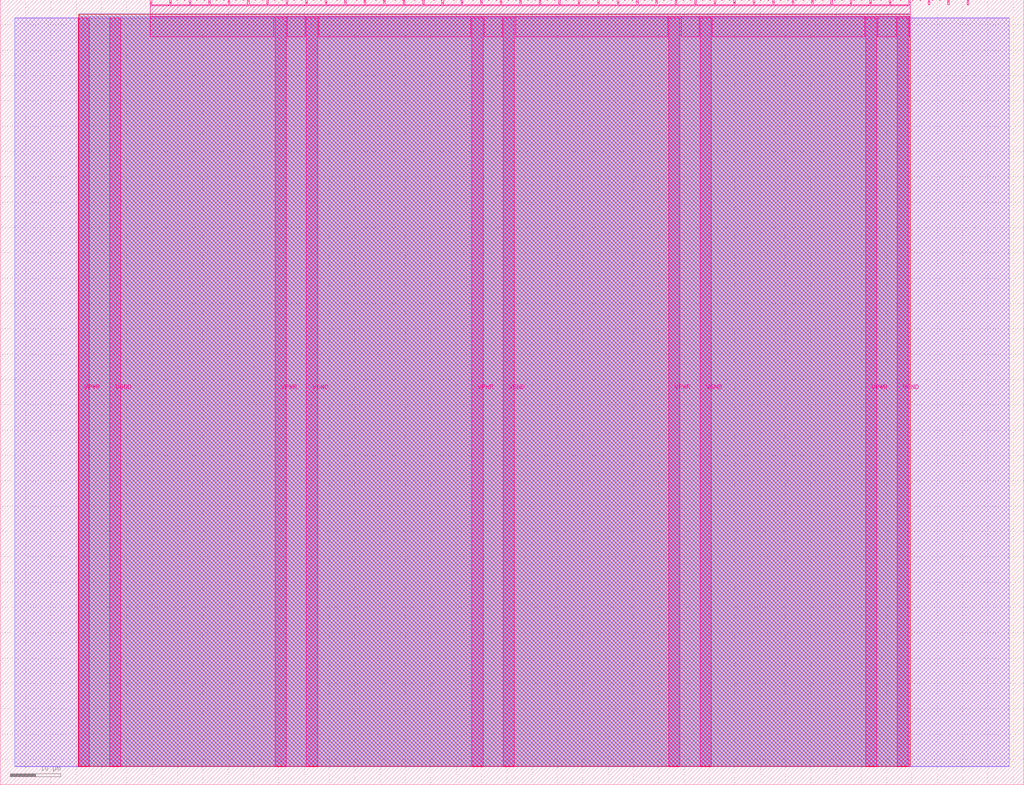
<source format=lef>
VERSION 5.7 ;
  NOWIREEXTENSIONATPIN ON ;
  DIVIDERCHAR "/" ;
  BUSBITCHARS "[]" ;
MACRO tt_um_wokwi_434917317189363713
  CLASS BLOCK ;
  FOREIGN tt_um_wokwi_434917317189363713 ;
  ORIGIN 0.000 0.000 ;
  SIZE 202.080 BY 154.980 ;
  PIN VGND
    DIRECTION INOUT ;
    USE GROUND ;
    PORT
      LAYER Metal5 ;
        RECT 21.580 3.560 23.780 151.420 ;
    END
    PORT
      LAYER Metal5 ;
        RECT 60.450 3.560 62.650 151.420 ;
    END
    PORT
      LAYER Metal5 ;
        RECT 99.320 3.560 101.520 151.420 ;
    END
    PORT
      LAYER Metal5 ;
        RECT 138.190 3.560 140.390 151.420 ;
    END
    PORT
      LAYER Metal5 ;
        RECT 177.060 3.560 179.260 151.420 ;
    END
  END VGND
  PIN VPWR
    DIRECTION INOUT ;
    USE POWER ;
    PORT
      LAYER Metal5 ;
        RECT 15.380 3.560 17.580 151.420 ;
    END
    PORT
      LAYER Metal5 ;
        RECT 54.250 3.560 56.450 151.420 ;
    END
    PORT
      LAYER Metal5 ;
        RECT 93.120 3.560 95.320 151.420 ;
    END
    PORT
      LAYER Metal5 ;
        RECT 131.990 3.560 134.190 151.420 ;
    END
    PORT
      LAYER Metal5 ;
        RECT 170.860 3.560 173.060 151.420 ;
    END
  END VPWR
  PIN clk
    DIRECTION INPUT ;
    USE SIGNAL ;
    PORT
      LAYER Metal5 ;
        RECT 187.050 153.980 187.350 154.980 ;
    END
  END clk
  PIN ena
    DIRECTION INPUT ;
    USE SIGNAL ;
    PORT
      LAYER Metal5 ;
        RECT 190.890 153.980 191.190 154.980 ;
    END
  END ena
  PIN rst_n
    DIRECTION INPUT ;
    USE SIGNAL ;
    PORT
      LAYER Metal5 ;
        RECT 183.210 153.980 183.510 154.980 ;
    END
  END rst_n
  PIN ui_in[0]
    DIRECTION INPUT ;
    USE SIGNAL ;
    ANTENNAGATEAREA 0.180700 ;
    PORT
      LAYER Metal5 ;
        RECT 179.370 153.980 179.670 154.980 ;
    END
  END ui_in[0]
  PIN ui_in[1]
    DIRECTION INPUT ;
    USE SIGNAL ;
    ANTENNAGATEAREA 0.180700 ;
    PORT
      LAYER Metal5 ;
        RECT 175.530 153.980 175.830 154.980 ;
    END
  END ui_in[1]
  PIN ui_in[2]
    DIRECTION INPUT ;
    USE SIGNAL ;
    ANTENNAGATEAREA 0.180700 ;
    PORT
      LAYER Metal5 ;
        RECT 171.690 153.980 171.990 154.980 ;
    END
  END ui_in[2]
  PIN ui_in[3]
    DIRECTION INPUT ;
    USE SIGNAL ;
    ANTENNAGATEAREA 0.180700 ;
    PORT
      LAYER Metal5 ;
        RECT 167.850 153.980 168.150 154.980 ;
    END
  END ui_in[3]
  PIN ui_in[4]
    DIRECTION INPUT ;
    USE SIGNAL ;
    ANTENNAGATEAREA 0.180700 ;
    PORT
      LAYER Metal5 ;
        RECT 164.010 153.980 164.310 154.980 ;
    END
  END ui_in[4]
  PIN ui_in[5]
    DIRECTION INPUT ;
    USE SIGNAL ;
    ANTENNAGATEAREA 0.180700 ;
    PORT
      LAYER Metal5 ;
        RECT 160.170 153.980 160.470 154.980 ;
    END
  END ui_in[5]
  PIN ui_in[6]
    DIRECTION INPUT ;
    USE SIGNAL ;
    ANTENNAGATEAREA 0.180700 ;
    PORT
      LAYER Metal5 ;
        RECT 156.330 153.980 156.630 154.980 ;
    END
  END ui_in[6]
  PIN ui_in[7]
    DIRECTION INPUT ;
    USE SIGNAL ;
    ANTENNAGATEAREA 0.180700 ;
    PORT
      LAYER Metal5 ;
        RECT 152.490 153.980 152.790 154.980 ;
    END
  END ui_in[7]
  PIN uio_in[0]
    DIRECTION INPUT ;
    USE SIGNAL ;
    PORT
      LAYER Metal5 ;
        RECT 148.650 153.980 148.950 154.980 ;
    END
  END uio_in[0]
  PIN uio_in[1]
    DIRECTION INPUT ;
    USE SIGNAL ;
    PORT
      LAYER Metal5 ;
        RECT 144.810 153.980 145.110 154.980 ;
    END
  END uio_in[1]
  PIN uio_in[2]
    DIRECTION INPUT ;
    USE SIGNAL ;
    PORT
      LAYER Metal5 ;
        RECT 140.970 153.980 141.270 154.980 ;
    END
  END uio_in[2]
  PIN uio_in[3]
    DIRECTION INPUT ;
    USE SIGNAL ;
    PORT
      LAYER Metal5 ;
        RECT 137.130 153.980 137.430 154.980 ;
    END
  END uio_in[3]
  PIN uio_in[4]
    DIRECTION INPUT ;
    USE SIGNAL ;
    PORT
      LAYER Metal5 ;
        RECT 133.290 153.980 133.590 154.980 ;
    END
  END uio_in[4]
  PIN uio_in[5]
    DIRECTION INPUT ;
    USE SIGNAL ;
    PORT
      LAYER Metal5 ;
        RECT 129.450 153.980 129.750 154.980 ;
    END
  END uio_in[5]
  PIN uio_in[6]
    DIRECTION INPUT ;
    USE SIGNAL ;
    PORT
      LAYER Metal5 ;
        RECT 125.610 153.980 125.910 154.980 ;
    END
  END uio_in[6]
  PIN uio_in[7]
    DIRECTION INPUT ;
    USE SIGNAL ;
    PORT
      LAYER Metal5 ;
        RECT 121.770 153.980 122.070 154.980 ;
    END
  END uio_in[7]
  PIN uio_oe[0]
    DIRECTION OUTPUT ;
    USE SIGNAL ;
    ANTENNADIFFAREA 0.299200 ;
    PORT
      LAYER Metal5 ;
        RECT 56.490 153.980 56.790 154.980 ;
    END
  END uio_oe[0]
  PIN uio_oe[1]
    DIRECTION OUTPUT ;
    USE SIGNAL ;
    ANTENNADIFFAREA 0.299200 ;
    PORT
      LAYER Metal5 ;
        RECT 52.650 153.980 52.950 154.980 ;
    END
  END uio_oe[1]
  PIN uio_oe[2]
    DIRECTION OUTPUT ;
    USE SIGNAL ;
    ANTENNADIFFAREA 0.299200 ;
    PORT
      LAYER Metal5 ;
        RECT 48.810 153.980 49.110 154.980 ;
    END
  END uio_oe[2]
  PIN uio_oe[3]
    DIRECTION OUTPUT ;
    USE SIGNAL ;
    ANTENNADIFFAREA 0.299200 ;
    PORT
      LAYER Metal5 ;
        RECT 44.970 153.980 45.270 154.980 ;
    END
  END uio_oe[3]
  PIN uio_oe[4]
    DIRECTION OUTPUT ;
    USE SIGNAL ;
    ANTENNADIFFAREA 0.299200 ;
    PORT
      LAYER Metal5 ;
        RECT 41.130 153.980 41.430 154.980 ;
    END
  END uio_oe[4]
  PIN uio_oe[5]
    DIRECTION OUTPUT ;
    USE SIGNAL ;
    ANTENNADIFFAREA 0.299200 ;
    PORT
      LAYER Metal5 ;
        RECT 37.290 153.980 37.590 154.980 ;
    END
  END uio_oe[5]
  PIN uio_oe[6]
    DIRECTION OUTPUT ;
    USE SIGNAL ;
    ANTENNADIFFAREA 0.299200 ;
    PORT
      LAYER Metal5 ;
        RECT 33.450 153.980 33.750 154.980 ;
    END
  END uio_oe[6]
  PIN uio_oe[7]
    DIRECTION OUTPUT ;
    USE SIGNAL ;
    ANTENNADIFFAREA 0.299200 ;
    PORT
      LAYER Metal5 ;
        RECT 29.610 153.980 29.910 154.980 ;
    END
  END uio_oe[7]
  PIN uio_out[0]
    DIRECTION OUTPUT ;
    USE SIGNAL ;
    ANTENNADIFFAREA 0.299200 ;
    PORT
      LAYER Metal5 ;
        RECT 87.210 153.980 87.510 154.980 ;
    END
  END uio_out[0]
  PIN uio_out[1]
    DIRECTION OUTPUT ;
    USE SIGNAL ;
    ANTENNADIFFAREA 0.299200 ;
    PORT
      LAYER Metal5 ;
        RECT 83.370 153.980 83.670 154.980 ;
    END
  END uio_out[1]
  PIN uio_out[2]
    DIRECTION OUTPUT ;
    USE SIGNAL ;
    ANTENNADIFFAREA 0.299200 ;
    PORT
      LAYER Metal5 ;
        RECT 79.530 153.980 79.830 154.980 ;
    END
  END uio_out[2]
  PIN uio_out[3]
    DIRECTION OUTPUT ;
    USE SIGNAL ;
    ANTENNADIFFAREA 0.299200 ;
    PORT
      LAYER Metal5 ;
        RECT 75.690 153.980 75.990 154.980 ;
    END
  END uio_out[3]
  PIN uio_out[4]
    DIRECTION OUTPUT ;
    USE SIGNAL ;
    ANTENNADIFFAREA 0.299200 ;
    PORT
      LAYER Metal5 ;
        RECT 71.850 153.980 72.150 154.980 ;
    END
  END uio_out[4]
  PIN uio_out[5]
    DIRECTION OUTPUT ;
    USE SIGNAL ;
    ANTENNADIFFAREA 0.299200 ;
    PORT
      LAYER Metal5 ;
        RECT 68.010 153.980 68.310 154.980 ;
    END
  END uio_out[5]
  PIN uio_out[6]
    DIRECTION OUTPUT ;
    USE SIGNAL ;
    ANTENNADIFFAREA 0.299200 ;
    PORT
      LAYER Metal5 ;
        RECT 64.170 153.980 64.470 154.980 ;
    END
  END uio_out[6]
  PIN uio_out[7]
    DIRECTION OUTPUT ;
    USE SIGNAL ;
    ANTENNADIFFAREA 0.299200 ;
    PORT
      LAYER Metal5 ;
        RECT 60.330 153.980 60.630 154.980 ;
    END
  END uio_out[7]
  PIN uo_out[0]
    DIRECTION OUTPUT ;
    USE SIGNAL ;
    ANTENNADIFFAREA 0.654800 ;
    PORT
      LAYER Metal5 ;
        RECT 117.930 153.980 118.230 154.980 ;
    END
  END uo_out[0]
  PIN uo_out[1]
    DIRECTION OUTPUT ;
    USE SIGNAL ;
    ANTENNADIFFAREA 0.654800 ;
    PORT
      LAYER Metal5 ;
        RECT 114.090 153.980 114.390 154.980 ;
    END
  END uo_out[1]
  PIN uo_out[2]
    DIRECTION OUTPUT ;
    USE SIGNAL ;
    ANTENNADIFFAREA 0.654800 ;
    PORT
      LAYER Metal5 ;
        RECT 110.250 153.980 110.550 154.980 ;
    END
  END uo_out[2]
  PIN uo_out[3]
    DIRECTION OUTPUT ;
    USE SIGNAL ;
    ANTENNADIFFAREA 0.654800 ;
    PORT
      LAYER Metal5 ;
        RECT 106.410 153.980 106.710 154.980 ;
    END
  END uo_out[3]
  PIN uo_out[4]
    DIRECTION OUTPUT ;
    USE SIGNAL ;
    ANTENNADIFFAREA 0.654800 ;
    PORT
      LAYER Metal5 ;
        RECT 102.570 153.980 102.870 154.980 ;
    END
  END uo_out[4]
  PIN uo_out[5]
    DIRECTION OUTPUT ;
    USE SIGNAL ;
    ANTENNADIFFAREA 0.654800 ;
    PORT
      LAYER Metal5 ;
        RECT 98.730 153.980 99.030 154.980 ;
    END
  END uo_out[5]
  PIN uo_out[6]
    DIRECTION OUTPUT ;
    USE SIGNAL ;
    ANTENNADIFFAREA 0.654800 ;
    PORT
      LAYER Metal5 ;
        RECT 94.890 153.980 95.190 154.980 ;
    END
  END uo_out[6]
  PIN uo_out[7]
    DIRECTION OUTPUT ;
    USE SIGNAL ;
    ANTENNADIFFAREA 0.654800 ;
    PORT
      LAYER Metal5 ;
        RECT 91.050 153.980 91.350 154.980 ;
    END
  END uo_out[7]
  OBS
      LAYER GatPoly ;
        RECT 2.880 3.630 199.200 151.350 ;
      LAYER Metal1 ;
        RECT 2.880 3.560 199.200 151.420 ;
      LAYER Metal2 ;
        RECT 15.515 3.680 179.665 151.720 ;
      LAYER Metal3 ;
        RECT 15.560 3.635 179.620 152.185 ;
      LAYER Metal4 ;
        RECT 15.515 3.680 179.665 152.140 ;
      LAYER Metal5 ;
        RECT 30.120 153.770 33.240 153.980 ;
        RECT 33.960 153.770 37.080 153.980 ;
        RECT 37.800 153.770 40.920 153.980 ;
        RECT 41.640 153.770 44.760 153.980 ;
        RECT 45.480 153.770 48.600 153.980 ;
        RECT 49.320 153.770 52.440 153.980 ;
        RECT 53.160 153.770 56.280 153.980 ;
        RECT 57.000 153.770 60.120 153.980 ;
        RECT 60.840 153.770 63.960 153.980 ;
        RECT 64.680 153.770 67.800 153.980 ;
        RECT 68.520 153.770 71.640 153.980 ;
        RECT 72.360 153.770 75.480 153.980 ;
        RECT 76.200 153.770 79.320 153.980 ;
        RECT 80.040 153.770 83.160 153.980 ;
        RECT 83.880 153.770 87.000 153.980 ;
        RECT 87.720 153.770 90.840 153.980 ;
        RECT 91.560 153.770 94.680 153.980 ;
        RECT 95.400 153.770 98.520 153.980 ;
        RECT 99.240 153.770 102.360 153.980 ;
        RECT 103.080 153.770 106.200 153.980 ;
        RECT 106.920 153.770 110.040 153.980 ;
        RECT 110.760 153.770 113.880 153.980 ;
        RECT 114.600 153.770 117.720 153.980 ;
        RECT 118.440 153.770 121.560 153.980 ;
        RECT 122.280 153.770 125.400 153.980 ;
        RECT 126.120 153.770 129.240 153.980 ;
        RECT 129.960 153.770 133.080 153.980 ;
        RECT 133.800 153.770 136.920 153.980 ;
        RECT 137.640 153.770 140.760 153.980 ;
        RECT 141.480 153.770 144.600 153.980 ;
        RECT 145.320 153.770 148.440 153.980 ;
        RECT 149.160 153.770 152.280 153.980 ;
        RECT 153.000 153.770 156.120 153.980 ;
        RECT 156.840 153.770 159.960 153.980 ;
        RECT 160.680 153.770 163.800 153.980 ;
        RECT 164.520 153.770 167.640 153.980 ;
        RECT 168.360 153.770 171.480 153.980 ;
        RECT 172.200 153.770 175.320 153.980 ;
        RECT 176.040 153.770 179.160 153.980 ;
        RECT 29.660 151.630 179.620 153.770 ;
        RECT 29.660 147.695 54.040 151.630 ;
        RECT 56.660 147.695 60.240 151.630 ;
        RECT 62.860 147.695 92.910 151.630 ;
        RECT 95.530 147.695 99.110 151.630 ;
        RECT 101.730 147.695 131.780 151.630 ;
        RECT 134.400 147.695 137.980 151.630 ;
        RECT 140.600 147.695 170.650 151.630 ;
        RECT 173.270 147.695 176.850 151.630 ;
        RECT 179.470 147.695 179.620 151.630 ;
  END
END tt_um_wokwi_434917317189363713
END LIBRARY


</source>
